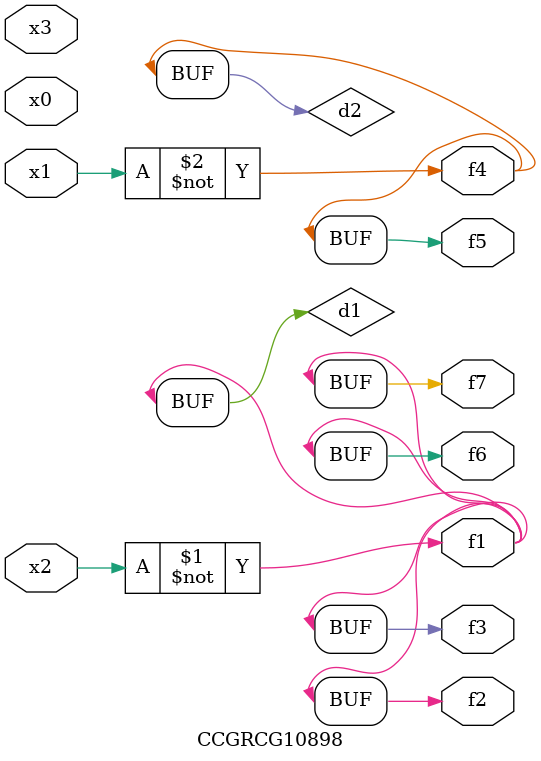
<source format=v>
module CCGRCG10898(
	input x0, x1, x2, x3,
	output f1, f2, f3, f4, f5, f6, f7
);

	wire d1, d2;

	xnor (d1, x2);
	not (d2, x1);
	assign f1 = d1;
	assign f2 = d1;
	assign f3 = d1;
	assign f4 = d2;
	assign f5 = d2;
	assign f6 = d1;
	assign f7 = d1;
endmodule

</source>
